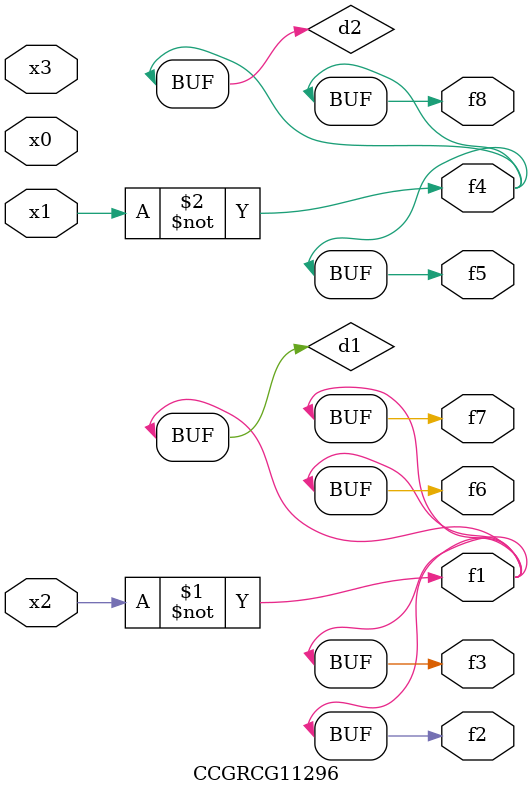
<source format=v>
module CCGRCG11296(
	input x0, x1, x2, x3,
	output f1, f2, f3, f4, f5, f6, f7, f8
);

	wire d1, d2;

	xnor (d1, x2);
	not (d2, x1);
	assign f1 = d1;
	assign f2 = d1;
	assign f3 = d1;
	assign f4 = d2;
	assign f5 = d2;
	assign f6 = d1;
	assign f7 = d1;
	assign f8 = d2;
endmodule

</source>
